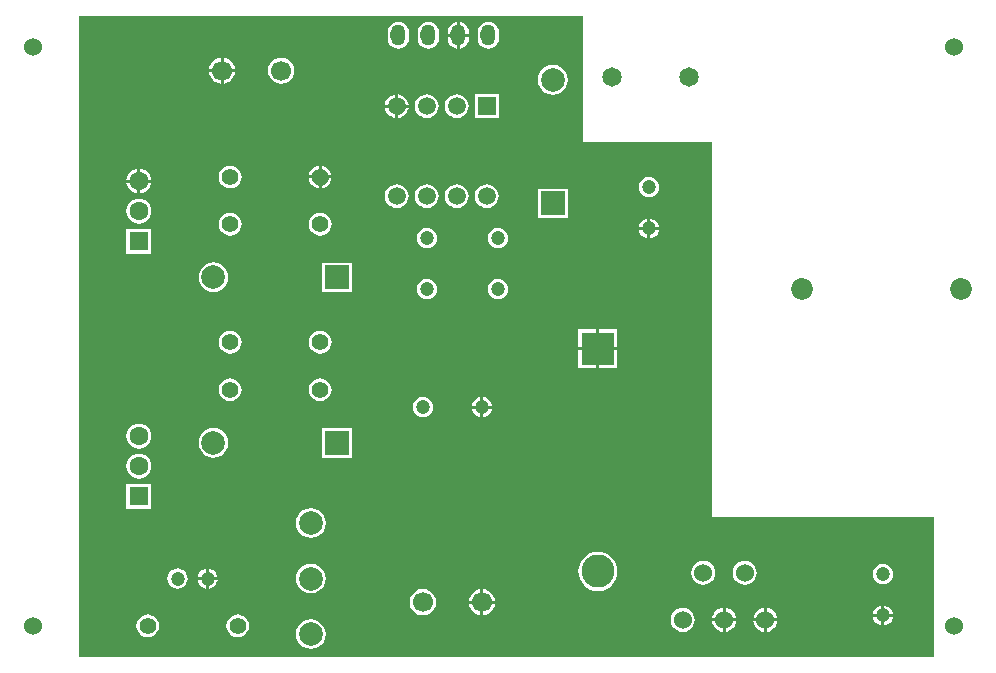
<source format=gbl>
G04*
G04 #@! TF.GenerationSoftware,Altium Limited,Altium Designer,20.0.13 (296)*
G04*
G04 Layer_Physical_Order=2*
G04 Layer_Color=16711680*
%FSLAX25Y25*%
%MOIN*%
G70*
G01*
G75*
%ADD13C,0.01000*%
%ADD35C,0.02700*%
%ADD37C,0.05500*%
%ADD38C,0.06000*%
%ADD39C,0.07874*%
%ADD40C,0.05512*%
%ADD41C,0.06299*%
%ADD42R,0.06299X0.06299*%
%ADD43O,0.05000X0.07000*%
%ADD44C,0.06496*%
%ADD45C,0.07284*%
%ADD46C,0.06693*%
%ADD47R,0.05906X0.05906*%
%ADD48C,0.05906*%
%ADD49R,0.11024X0.11024*%
%ADD50C,0.11024*%
%ADD51R,0.07874X0.07874*%
%ADD52R,0.07874X0.07874*%
%ADD53C,0.04724*%
G36*
X207000Y217081D02*
Y175000D01*
X250000D01*
Y50000D01*
X324000D01*
Y3391D01*
X39000D01*
Y217081D01*
X207000Y217081D01*
D02*
G37*
%LPC*%
G36*
X165980Y215094D02*
Y211130D01*
X169010D01*
Y211630D01*
X168890Y212544D01*
X168538Y213395D01*
X167976Y214126D01*
X167245Y214687D01*
X166394Y215040D01*
X165980Y215094D01*
D02*
G37*
G36*
X164980D02*
X164567Y215040D01*
X163715Y214687D01*
X162984Y214126D01*
X162423Y213395D01*
X162070Y212544D01*
X161950Y211630D01*
Y211130D01*
X164980D01*
Y215094D01*
D02*
G37*
G36*
X169010Y210130D02*
X165980D01*
Y206166D01*
X166394Y206220D01*
X167245Y206573D01*
X167976Y207134D01*
X168538Y207865D01*
X168890Y208716D01*
X169010Y209630D01*
Y210130D01*
D02*
G37*
G36*
X164980D02*
X161950D01*
Y209630D01*
X162070Y208716D01*
X162423Y207865D01*
X162984Y207134D01*
X163715Y206573D01*
X164567Y206220D01*
X164980Y206166D01*
Y210130D01*
D02*
G37*
G36*
X175480Y215160D02*
X174567Y215040D01*
X173715Y214687D01*
X172984Y214126D01*
X172423Y213395D01*
X172070Y212544D01*
X171950Y211630D01*
Y209630D01*
X172070Y208716D01*
X172423Y207865D01*
X172984Y207134D01*
X173715Y206573D01*
X174567Y206220D01*
X175480Y206100D01*
X176394Y206220D01*
X177245Y206573D01*
X177977Y207134D01*
X178538Y207865D01*
X178890Y208716D01*
X179010Y209630D01*
Y211630D01*
X178890Y212544D01*
X178538Y213395D01*
X177977Y214126D01*
X177245Y214687D01*
X176394Y215040D01*
X175480Y215160D01*
D02*
G37*
G36*
X155480D02*
X154567Y215040D01*
X153715Y214687D01*
X152984Y214126D01*
X152423Y213395D01*
X152070Y212544D01*
X151950Y211630D01*
Y209630D01*
X152070Y208716D01*
X152423Y207865D01*
X152984Y207134D01*
X153715Y206573D01*
X154567Y206220D01*
X155480Y206100D01*
X156394Y206220D01*
X157245Y206573D01*
X157976Y207134D01*
X158538Y207865D01*
X158890Y208716D01*
X159011Y209630D01*
Y211630D01*
X158890Y212544D01*
X158538Y213395D01*
X157976Y214126D01*
X157245Y214687D01*
X156394Y215040D01*
X155480Y215160D01*
D02*
G37*
G36*
X145480D02*
X144567Y215040D01*
X143715Y214687D01*
X142984Y214126D01*
X142423Y213395D01*
X142070Y212544D01*
X141950Y211630D01*
Y209630D01*
X142070Y208716D01*
X142423Y207865D01*
X142984Y207134D01*
X143715Y206573D01*
X144567Y206220D01*
X145480Y206100D01*
X146394Y206220D01*
X147245Y206573D01*
X147977Y207134D01*
X148538Y207865D01*
X148890Y208716D01*
X149011Y209630D01*
Y211630D01*
X148890Y212544D01*
X148538Y213395D01*
X147977Y214126D01*
X147245Y214687D01*
X146394Y215040D01*
X145480Y215160D01*
D02*
G37*
G36*
X87240Y203137D02*
Y199319D01*
X91058D01*
X90975Y199953D01*
X90537Y201011D01*
X89840Y201919D01*
X88932Y202615D01*
X87875Y203053D01*
X87240Y203137D01*
D02*
G37*
G36*
X86240D02*
X85606Y203053D01*
X84548Y202615D01*
X83640Y201919D01*
X82943Y201011D01*
X82506Y199953D01*
X82422Y199319D01*
X86240D01*
Y203137D01*
D02*
G37*
G36*
X91058Y198319D02*
X87240D01*
Y194501D01*
X87875Y194584D01*
X88932Y195022D01*
X89840Y195719D01*
X90537Y196627D01*
X90975Y197684D01*
X91058Y198319D01*
D02*
G37*
G36*
X86240D02*
X82422D01*
X82506Y197684D01*
X82943Y196627D01*
X83640Y195719D01*
X84548Y195022D01*
X85606Y194584D01*
X86240Y194501D01*
Y198319D01*
D02*
G37*
G36*
X106425Y203203D02*
X105291Y203053D01*
X104233Y202615D01*
X103325Y201919D01*
X102629Y201011D01*
X102191Y199953D01*
X102041Y198819D01*
X102191Y197684D01*
X102629Y196627D01*
X103325Y195719D01*
X104233Y195022D01*
X105291Y194584D01*
X106425Y194435D01*
X107560Y194584D01*
X108617Y195022D01*
X109525Y195719D01*
X110222Y196627D01*
X110660Y197684D01*
X110809Y198819D01*
X110660Y199953D01*
X110222Y201011D01*
X109525Y201919D01*
X108617Y202615D01*
X107560Y203053D01*
X106425Y203203D01*
D02*
G37*
G36*
X196976Y200767D02*
X195688Y200597D01*
X194487Y200100D01*
X193455Y199309D01*
X192664Y198277D01*
X192166Y197076D01*
X191997Y195787D01*
X192166Y194499D01*
X192664Y193298D01*
X193455Y192266D01*
X194487Y191475D01*
X195688Y190978D01*
X196976Y190808D01*
X198265Y190978D01*
X199466Y191475D01*
X200498Y192266D01*
X201289Y193298D01*
X201786Y194499D01*
X201956Y195787D01*
X201786Y197076D01*
X201289Y198277D01*
X200498Y199309D01*
X199466Y200100D01*
X198265Y200597D01*
X196976Y200767D01*
D02*
G37*
G36*
X145500Y190921D02*
Y187500D01*
X148921D01*
X148851Y188032D01*
X148453Y188993D01*
X147819Y189819D01*
X146993Y190453D01*
X146032Y190851D01*
X145500Y190921D01*
D02*
G37*
G36*
X144500D02*
X143968Y190851D01*
X143007Y190453D01*
X142181Y189819D01*
X141547Y188993D01*
X141149Y188032D01*
X141079Y187500D01*
X144500D01*
Y190921D01*
D02*
G37*
G36*
X148921Y186500D02*
X145500D01*
Y183079D01*
X146032Y183149D01*
X146993Y183547D01*
X147819Y184181D01*
X148453Y185007D01*
X148851Y185968D01*
X148921Y186500D01*
D02*
G37*
G36*
X144500D02*
X141079D01*
X141149Y185968D01*
X141547Y185007D01*
X142181Y184181D01*
X143007Y183547D01*
X143968Y183149D01*
X144500Y183079D01*
Y186500D01*
D02*
G37*
G36*
X178953Y190953D02*
X171047D01*
Y183047D01*
X178953D01*
Y190953D01*
D02*
G37*
G36*
X165000Y190987D02*
X163968Y190851D01*
X163007Y190453D01*
X162181Y189819D01*
X161547Y188993D01*
X161149Y188032D01*
X161013Y187000D01*
X161149Y185968D01*
X161547Y185007D01*
X162181Y184181D01*
X163007Y183547D01*
X163968Y183149D01*
X165000Y183013D01*
X166032Y183149D01*
X166993Y183547D01*
X167819Y184181D01*
X168453Y185007D01*
X168851Y185968D01*
X168987Y187000D01*
X168851Y188032D01*
X168453Y188993D01*
X167819Y189819D01*
X166993Y190453D01*
X166032Y190851D01*
X165000Y190987D01*
D02*
G37*
G36*
X155000D02*
X153968Y190851D01*
X153007Y190453D01*
X152181Y189819D01*
X151547Y188993D01*
X151149Y188032D01*
X151013Y187000D01*
X151149Y185968D01*
X151547Y185007D01*
X152181Y184181D01*
X153007Y183547D01*
X153968Y183149D01*
X155000Y183013D01*
X156032Y183149D01*
X156993Y183547D01*
X157819Y184181D01*
X158453Y185007D01*
X158851Y185968D01*
X158987Y187000D01*
X158851Y188032D01*
X158453Y188993D01*
X157819Y189819D01*
X156993Y190453D01*
X156032Y190851D01*
X155000Y190987D01*
D02*
G37*
G36*
X119957Y167108D02*
Y163886D01*
X123179D01*
X123116Y164366D01*
X122738Y165280D01*
X122135Y166065D01*
X121351Y166667D01*
X120437Y167045D01*
X119957Y167108D01*
D02*
G37*
G36*
X118957D02*
X118476Y167045D01*
X117562Y166667D01*
X116778Y166065D01*
X116176Y165280D01*
X115797Y164366D01*
X115734Y163886D01*
X118957D01*
Y167108D01*
D02*
G37*
G36*
X59500Y166120D02*
Y162500D01*
X63120D01*
X63043Y163083D01*
X62625Y164093D01*
X61959Y164960D01*
X61093Y165625D01*
X60083Y166043D01*
X59500Y166120D01*
D02*
G37*
G36*
X58500D02*
X57917Y166043D01*
X56907Y165625D01*
X56041Y164960D01*
X55375Y164093D01*
X54957Y163083D01*
X54880Y162500D01*
X58500D01*
Y166120D01*
D02*
G37*
G36*
X123179Y162886D02*
X119957D01*
Y159663D01*
X120437Y159727D01*
X121351Y160105D01*
X122135Y160707D01*
X122738Y161492D01*
X123116Y162405D01*
X123179Y162886D01*
D02*
G37*
G36*
X118957D02*
X115734D01*
X115797Y162405D01*
X116176Y161492D01*
X116778Y160707D01*
X117562Y160105D01*
X118476Y159727D01*
X118957Y159663D01*
Y162886D01*
D02*
G37*
G36*
X89457Y167174D02*
X88476Y167045D01*
X87563Y166667D01*
X86778Y166065D01*
X86176Y165280D01*
X85798Y164366D01*
X85668Y163386D01*
X85798Y162405D01*
X86176Y161492D01*
X86778Y160707D01*
X87563Y160105D01*
X88476Y159727D01*
X89457Y159598D01*
X90437Y159727D01*
X91351Y160105D01*
X92135Y160707D01*
X92738Y161492D01*
X93116Y162405D01*
X93245Y163386D01*
X93116Y164366D01*
X92738Y165280D01*
X92135Y166065D01*
X91351Y166667D01*
X90437Y167045D01*
X89457Y167174D01*
D02*
G37*
G36*
X63120Y161500D02*
X59500D01*
Y157880D01*
X60083Y157957D01*
X61093Y158375D01*
X61959Y159040D01*
X62625Y159907D01*
X63043Y160917D01*
X63120Y161500D01*
D02*
G37*
G36*
X58500D02*
X54880D01*
X54957Y160917D01*
X55375Y159907D01*
X56041Y159040D01*
X56907Y158375D01*
X57917Y157957D01*
X58500Y157880D01*
Y161500D01*
D02*
G37*
G36*
X229000Y163391D02*
X228122Y163276D01*
X227304Y162937D01*
X226602Y162398D01*
X226063Y161696D01*
X225724Y160878D01*
X225609Y160000D01*
X225724Y159122D01*
X226063Y158304D01*
X226602Y157602D01*
X227304Y157063D01*
X228122Y156724D01*
X229000Y156609D01*
X229878Y156724D01*
X230696Y157063D01*
X231398Y157602D01*
X231937Y158304D01*
X232276Y159122D01*
X232391Y160000D01*
X232276Y160878D01*
X231937Y161696D01*
X231398Y162398D01*
X230696Y162937D01*
X229878Y163276D01*
X229000Y163391D01*
D02*
G37*
G36*
X175000Y160987D02*
X173968Y160851D01*
X173007Y160453D01*
X172181Y159819D01*
X171547Y158993D01*
X171149Y158032D01*
X171013Y157000D01*
X171149Y155968D01*
X171547Y155007D01*
X172181Y154181D01*
X173007Y153547D01*
X173968Y153149D01*
X175000Y153013D01*
X176032Y153149D01*
X176993Y153547D01*
X177819Y154181D01*
X178453Y155007D01*
X178851Y155968D01*
X178987Y157000D01*
X178851Y158032D01*
X178453Y158993D01*
X177819Y159819D01*
X176993Y160453D01*
X176032Y160851D01*
X175000Y160987D01*
D02*
G37*
G36*
X165000D02*
X163968Y160851D01*
X163007Y160453D01*
X162181Y159819D01*
X161547Y158993D01*
X161149Y158032D01*
X161013Y157000D01*
X161149Y155968D01*
X161547Y155007D01*
X162181Y154181D01*
X163007Y153547D01*
X163968Y153149D01*
X165000Y153013D01*
X166032Y153149D01*
X166993Y153547D01*
X167819Y154181D01*
X168453Y155007D01*
X168851Y155968D01*
X168987Y157000D01*
X168851Y158032D01*
X168453Y158993D01*
X167819Y159819D01*
X166993Y160453D01*
X166032Y160851D01*
X165000Y160987D01*
D02*
G37*
G36*
X155000D02*
X153968Y160851D01*
X153007Y160453D01*
X152181Y159819D01*
X151547Y158993D01*
X151149Y158032D01*
X151013Y157000D01*
X151149Y155968D01*
X151547Y155007D01*
X152181Y154181D01*
X153007Y153547D01*
X153968Y153149D01*
X155000Y153013D01*
X156032Y153149D01*
X156993Y153547D01*
X157819Y154181D01*
X158453Y155007D01*
X158851Y155968D01*
X158987Y157000D01*
X158851Y158032D01*
X158453Y158993D01*
X157819Y159819D01*
X156993Y160453D01*
X156032Y160851D01*
X155000Y160987D01*
D02*
G37*
G36*
X145000D02*
X143968Y160851D01*
X143007Y160453D01*
X142181Y159819D01*
X141547Y158993D01*
X141149Y158032D01*
X141013Y157000D01*
X141149Y155968D01*
X141547Y155007D01*
X142181Y154181D01*
X143007Y153547D01*
X143968Y153149D01*
X145000Y153013D01*
X146032Y153149D01*
X146993Y153547D01*
X147819Y154181D01*
X148453Y155007D01*
X148851Y155968D01*
X148987Y157000D01*
X148851Y158032D01*
X148453Y158993D01*
X147819Y159819D01*
X146993Y160453D01*
X146032Y160851D01*
X145000Y160987D01*
D02*
G37*
G36*
X201913Y159543D02*
X192039D01*
Y149669D01*
X201913D01*
Y159543D01*
D02*
G37*
G36*
X59000Y156185D02*
X57917Y156043D01*
X56907Y155625D01*
X56041Y154959D01*
X55375Y154093D01*
X54957Y153083D01*
X54815Y152000D01*
X54957Y150917D01*
X55375Y149907D01*
X56041Y149040D01*
X56907Y148375D01*
X57917Y147957D01*
X59000Y147815D01*
X60083Y147957D01*
X61093Y148375D01*
X61959Y149040D01*
X62625Y149907D01*
X63043Y150917D01*
X63185Y152000D01*
X63043Y153083D01*
X62625Y154093D01*
X61959Y154959D01*
X61093Y155625D01*
X60083Y156043D01*
X59000Y156185D01*
D02*
G37*
G36*
X229500Y149546D02*
Y146721D01*
X232325D01*
X232276Y147098D01*
X231937Y147916D01*
X231398Y148618D01*
X230696Y149157D01*
X229878Y149496D01*
X229500Y149546D01*
D02*
G37*
G36*
X228500D02*
X228122Y149496D01*
X227304Y149157D01*
X226602Y148618D01*
X226063Y147916D01*
X225724Y147098D01*
X225675Y146721D01*
X228500D01*
Y149546D01*
D02*
G37*
G36*
X119457Y151426D02*
X118476Y151297D01*
X117562Y150919D01*
X116778Y150317D01*
X116176Y149532D01*
X115797Y148618D01*
X115668Y147638D01*
X115797Y146657D01*
X116176Y145744D01*
X116778Y144959D01*
X117562Y144357D01*
X118476Y143979D01*
X119457Y143850D01*
X120437Y143979D01*
X121351Y144357D01*
X122135Y144959D01*
X122738Y145744D01*
X123116Y146657D01*
X123245Y147638D01*
X123116Y148618D01*
X122738Y149532D01*
X122135Y150317D01*
X121351Y150919D01*
X120437Y151297D01*
X119457Y151426D01*
D02*
G37*
G36*
X89457D02*
X88476Y151297D01*
X87563Y150919D01*
X86778Y150317D01*
X86176Y149532D01*
X85798Y148618D01*
X85668Y147638D01*
X85798Y146657D01*
X86176Y145744D01*
X86778Y144959D01*
X87563Y144357D01*
X88476Y143979D01*
X89457Y143850D01*
X90437Y143979D01*
X91351Y144357D01*
X92135Y144959D01*
X92738Y145744D01*
X93116Y146657D01*
X93245Y147638D01*
X93116Y148618D01*
X92738Y149532D01*
X92135Y150317D01*
X91351Y150919D01*
X90437Y151297D01*
X89457Y151426D01*
D02*
G37*
G36*
X232325Y145721D02*
X229500D01*
Y142895D01*
X229878Y142945D01*
X230696Y143284D01*
X231398Y143823D01*
X231937Y144525D01*
X232276Y145343D01*
X232325Y145721D01*
D02*
G37*
G36*
X228500D02*
X225675D01*
X225724Y145343D01*
X226063Y144525D01*
X226602Y143823D01*
X227304Y143284D01*
X228122Y142945D01*
X228500Y142895D01*
Y145721D01*
D02*
G37*
G36*
X178622Y146391D02*
X177744Y146276D01*
X176926Y145937D01*
X176224Y145398D01*
X175685Y144696D01*
X175346Y143878D01*
X175231Y143000D01*
X175346Y142122D01*
X175685Y141304D01*
X176224Y140602D01*
X176926Y140063D01*
X177744Y139724D01*
X178622Y139609D01*
X179500Y139724D01*
X180318Y140063D01*
X181020Y140602D01*
X181559Y141304D01*
X181898Y142122D01*
X182013Y143000D01*
X181898Y143878D01*
X181559Y144696D01*
X181020Y145398D01*
X180318Y145937D01*
X179500Y146276D01*
X178622Y146391D01*
D02*
G37*
G36*
X155000D02*
X154122Y146276D01*
X153304Y145937D01*
X152602Y145398D01*
X152063Y144696D01*
X151724Y143878D01*
X151609Y143000D01*
X151724Y142122D01*
X152063Y141304D01*
X152602Y140602D01*
X153304Y140063D01*
X154122Y139724D01*
X155000Y139609D01*
X155878Y139724D01*
X156696Y140063D01*
X157398Y140602D01*
X157937Y141304D01*
X158276Y142122D01*
X158391Y143000D01*
X158276Y143878D01*
X157937Y144696D01*
X157398Y145398D01*
X156696Y145937D01*
X155878Y146276D01*
X155000Y146391D01*
D02*
G37*
G36*
X63150Y146150D02*
X54850D01*
Y137850D01*
X63150D01*
Y146150D01*
D02*
G37*
G36*
X129984Y134858D02*
X120110D01*
Y124984D01*
X129984D01*
Y134858D01*
D02*
G37*
G36*
X83866Y134901D02*
X82577Y134731D01*
X81376Y134234D01*
X80345Y133442D01*
X79554Y132411D01*
X79056Y131210D01*
X78886Y129921D01*
X79056Y128632D01*
X79554Y127431D01*
X80345Y126400D01*
X81376Y125609D01*
X82577Y125111D01*
X83866Y124942D01*
X85155Y125111D01*
X86356Y125609D01*
X87387Y126400D01*
X88179Y127431D01*
X88676Y128632D01*
X88846Y129921D01*
X88676Y131210D01*
X88179Y132411D01*
X87387Y133442D01*
X86356Y134234D01*
X85155Y134731D01*
X83866Y134901D01*
D02*
G37*
G36*
X178622Y129391D02*
X177744Y129276D01*
X176926Y128937D01*
X176224Y128398D01*
X175685Y127696D01*
X175346Y126878D01*
X175231Y126000D01*
X175346Y125122D01*
X175685Y124304D01*
X176224Y123602D01*
X176926Y123063D01*
X177744Y122724D01*
X178622Y122609D01*
X179500Y122724D01*
X180318Y123063D01*
X181020Y123602D01*
X181559Y124304D01*
X181898Y125122D01*
X182013Y126000D01*
X181898Y126878D01*
X181559Y127696D01*
X181020Y128398D01*
X180318Y128937D01*
X179500Y129276D01*
X178622Y129391D01*
D02*
G37*
G36*
X155000D02*
X154122Y129276D01*
X153304Y128937D01*
X152602Y128398D01*
X152063Y127696D01*
X151724Y126878D01*
X151609Y126000D01*
X151724Y125122D01*
X152063Y124304D01*
X152602Y123602D01*
X153304Y123063D01*
X154122Y122724D01*
X155000Y122609D01*
X155878Y122724D01*
X156696Y123063D01*
X157398Y123602D01*
X157937Y124304D01*
X158276Y125122D01*
X158391Y126000D01*
X158276Y126878D01*
X157937Y127696D01*
X157398Y128398D01*
X156696Y128937D01*
X155878Y129276D01*
X155000Y129391D01*
D02*
G37*
G36*
X218512Y112598D02*
X212500D01*
Y106587D01*
X218512D01*
Y112598D01*
D02*
G37*
G36*
X211500D02*
X205488D01*
Y106587D01*
X211500D01*
Y112598D01*
D02*
G37*
G36*
X119457Y112056D02*
X118476Y111927D01*
X117562Y111548D01*
X116778Y110947D01*
X116176Y110162D01*
X115797Y109248D01*
X115668Y108268D01*
X115797Y107287D01*
X116176Y106374D01*
X116778Y105589D01*
X117562Y104987D01*
X118476Y104609D01*
X119457Y104479D01*
X120437Y104609D01*
X121351Y104987D01*
X122135Y105589D01*
X122738Y106374D01*
X123116Y107287D01*
X123245Y108268D01*
X123116Y109248D01*
X122738Y110162D01*
X122135Y110947D01*
X121351Y111548D01*
X120437Y111927D01*
X119457Y112056D01*
D02*
G37*
G36*
X89457D02*
X88476Y111927D01*
X87563Y111548D01*
X86778Y110947D01*
X86176Y110162D01*
X85798Y109248D01*
X85668Y108268D01*
X85798Y107287D01*
X86176Y106374D01*
X86778Y105589D01*
X87563Y104987D01*
X88476Y104609D01*
X89457Y104479D01*
X90437Y104609D01*
X91351Y104987D01*
X92135Y105589D01*
X92738Y106374D01*
X93116Y107287D01*
X93245Y108268D01*
X93116Y109248D01*
X92738Y110162D01*
X92135Y110947D01*
X91351Y111548D01*
X90437Y111927D01*
X89457Y112056D01*
D02*
G37*
G36*
X218512Y105587D02*
X212500D01*
Y99575D01*
X218512D01*
Y105587D01*
D02*
G37*
G36*
X211500D02*
X205488D01*
Y99575D01*
X211500D01*
Y105587D01*
D02*
G37*
G36*
X119457Y96308D02*
X118476Y96179D01*
X117562Y95801D01*
X116778Y95198D01*
X116176Y94414D01*
X115797Y93500D01*
X115668Y92520D01*
X115797Y91539D01*
X116176Y90626D01*
X116778Y89841D01*
X117562Y89239D01*
X118476Y88860D01*
X119457Y88731D01*
X120437Y88860D01*
X121351Y89239D01*
X122135Y89841D01*
X122738Y90626D01*
X123116Y91539D01*
X123245Y92520D01*
X123116Y93500D01*
X122738Y94414D01*
X122135Y95198D01*
X121351Y95801D01*
X120437Y96179D01*
X119457Y96308D01*
D02*
G37*
G36*
X89457D02*
X88476Y96179D01*
X87563Y95801D01*
X86778Y95198D01*
X86176Y94414D01*
X85798Y93500D01*
X85668Y92520D01*
X85798Y91539D01*
X86176Y90626D01*
X86778Y89841D01*
X87563Y89239D01*
X88476Y88860D01*
X89457Y88731D01*
X90437Y88860D01*
X91351Y89239D01*
X92135Y89841D01*
X92738Y90626D01*
X93116Y91539D01*
X93245Y92520D01*
X93116Y93500D01*
X92738Y94414D01*
X92135Y95198D01*
X91351Y95801D01*
X90437Y96179D01*
X89457Y96308D01*
D02*
G37*
G36*
X173854Y89940D02*
Y87114D01*
X176680D01*
X176630Y87492D01*
X176291Y88310D01*
X175752Y89012D01*
X175050Y89551D01*
X174232Y89890D01*
X173854Y89940D01*
D02*
G37*
G36*
X172854Y89939D02*
X172477Y89890D01*
X171659Y89551D01*
X170956Y89012D01*
X170417Y88310D01*
X170079Y87492D01*
X170029Y87114D01*
X172854D01*
Y89939D01*
D02*
G37*
G36*
Y86114D02*
X170029D01*
X170079Y85737D01*
X170417Y84919D01*
X170956Y84216D01*
X171659Y83677D01*
X172477Y83338D01*
X172854Y83289D01*
Y86114D01*
D02*
G37*
G36*
X176680D02*
X173854D01*
Y83289D01*
X174232Y83338D01*
X175050Y83677D01*
X175752Y84216D01*
X176291Y84919D01*
X176630Y85737D01*
X176680Y86114D01*
D02*
G37*
G36*
X153669Y90005D02*
X152792Y89890D01*
X151974Y89551D01*
X151271Y89012D01*
X150732Y88310D01*
X150394Y87492D01*
X150278Y86614D01*
X150394Y85737D01*
X150732Y84919D01*
X151271Y84216D01*
X151974Y83677D01*
X152792Y83338D01*
X153669Y83223D01*
X154547Y83338D01*
X155365Y83677D01*
X156067Y84216D01*
X156606Y84919D01*
X156945Y85737D01*
X157061Y86614D01*
X156945Y87492D01*
X156606Y88310D01*
X156067Y89012D01*
X155365Y89551D01*
X154547Y89890D01*
X153669Y90005D01*
D02*
G37*
G36*
X59000Y81185D02*
X57917Y81043D01*
X56907Y80625D01*
X56041Y79959D01*
X55375Y79093D01*
X54957Y78083D01*
X54815Y77000D01*
X54957Y75917D01*
X55375Y74907D01*
X56041Y74041D01*
X56907Y73375D01*
X57917Y72957D01*
X59000Y72815D01*
X60083Y72957D01*
X61093Y73375D01*
X61959Y74041D01*
X62625Y74907D01*
X63043Y75917D01*
X63185Y77000D01*
X63043Y78083D01*
X62625Y79093D01*
X61959Y79959D01*
X61093Y80625D01*
X60083Y81043D01*
X59000Y81185D01*
D02*
G37*
G36*
X129984Y79740D02*
X120110D01*
Y69866D01*
X129984D01*
Y79740D01*
D02*
G37*
G36*
X83866Y79783D02*
X82577Y79613D01*
X81376Y79116D01*
X80345Y78324D01*
X79554Y77293D01*
X79056Y76092D01*
X78886Y74803D01*
X79056Y73514D01*
X79554Y72313D01*
X80345Y71282D01*
X81376Y70491D01*
X82577Y69993D01*
X83866Y69824D01*
X85155Y69993D01*
X86356Y70491D01*
X87387Y71282D01*
X88179Y72313D01*
X88676Y73514D01*
X88846Y74803D01*
X88676Y76092D01*
X88179Y77293D01*
X87387Y78324D01*
X86356Y79116D01*
X85155Y79613D01*
X83866Y79783D01*
D02*
G37*
G36*
X59000Y71185D02*
X57917Y71043D01*
X56907Y70625D01*
X56041Y69959D01*
X55375Y69093D01*
X54957Y68083D01*
X54815Y67000D01*
X54957Y65917D01*
X55375Y64907D01*
X56041Y64040D01*
X56907Y63375D01*
X57917Y62957D01*
X59000Y62815D01*
X60083Y62957D01*
X61093Y63375D01*
X61959Y64040D01*
X62625Y64907D01*
X63043Y65917D01*
X63185Y67000D01*
X63043Y68083D01*
X62625Y69093D01*
X61959Y69959D01*
X61093Y70625D01*
X60083Y71043D01*
X59000Y71185D01*
D02*
G37*
G36*
X63150Y61150D02*
X54850D01*
Y52850D01*
X63150D01*
Y61150D01*
D02*
G37*
G36*
X116268Y53011D02*
X114979Y52841D01*
X113778Y52344D01*
X112747Y51553D01*
X111955Y50521D01*
X111458Y49320D01*
X111288Y48031D01*
X111458Y46743D01*
X111955Y45542D01*
X112747Y44510D01*
X113778Y43719D01*
X114979Y43222D01*
X116268Y43052D01*
X117557Y43222D01*
X118757Y43719D01*
X119789Y44510D01*
X120580Y45542D01*
X121078Y46743D01*
X121247Y48031D01*
X121078Y49320D01*
X120580Y50521D01*
X119789Y51553D01*
X118757Y52344D01*
X117557Y52841D01*
X116268Y53011D01*
D02*
G37*
G36*
X82398Y32853D02*
Y30028D01*
X85223D01*
X85173Y30405D01*
X84834Y31223D01*
X84296Y31925D01*
X83593Y32464D01*
X82775Y32803D01*
X82398Y32853D01*
D02*
G37*
G36*
X81398D02*
X81020Y32803D01*
X80202Y32464D01*
X79500Y31925D01*
X78961Y31223D01*
X78622Y30405D01*
X78572Y30028D01*
X81398D01*
Y32853D01*
D02*
G37*
G36*
X307000Y34391D02*
X306122Y34276D01*
X305304Y33937D01*
X304602Y33398D01*
X304063Y32696D01*
X303724Y31878D01*
X303609Y31000D01*
X303724Y30122D01*
X304063Y29304D01*
X304602Y28602D01*
X305304Y28063D01*
X306122Y27724D01*
X307000Y27609D01*
X307878Y27724D01*
X308696Y28063D01*
X309398Y28602D01*
X309937Y29304D01*
X310276Y30122D01*
X310391Y31000D01*
X310276Y31878D01*
X309937Y32696D01*
X309398Y33398D01*
X308696Y33937D01*
X307878Y34276D01*
X307000Y34391D01*
D02*
G37*
G36*
X260953Y35531D02*
X259909Y35393D01*
X258935Y34990D01*
X258100Y34349D01*
X257459Y33513D01*
X257056Y32540D01*
X256918Y31496D01*
X257056Y30452D01*
X257459Y29479D01*
X258100Y28643D01*
X258935Y28002D01*
X259909Y27599D01*
X260953Y27461D01*
X261997Y27599D01*
X262970Y28002D01*
X263806Y28643D01*
X264447Y29479D01*
X264850Y30452D01*
X264987Y31496D01*
X264850Y32540D01*
X264447Y33513D01*
X263806Y34349D01*
X262970Y34990D01*
X261997Y35393D01*
X260953Y35531D01*
D02*
G37*
G36*
X247173D02*
X246129Y35393D01*
X245156Y34990D01*
X244320Y34349D01*
X243679Y33513D01*
X243276Y32540D01*
X243139Y31496D01*
X243276Y30452D01*
X243679Y29479D01*
X244320Y28643D01*
X245156Y28002D01*
X246129Y27599D01*
X247173Y27461D01*
X248217Y27599D01*
X249190Y28002D01*
X250026Y28643D01*
X250667Y29479D01*
X251070Y30452D01*
X251208Y31496D01*
X251070Y32540D01*
X250667Y33513D01*
X250026Y34349D01*
X249190Y34990D01*
X248217Y35393D01*
X247173Y35531D01*
D02*
G37*
G36*
X85223Y29028D02*
X82398D01*
Y26202D01*
X82775Y26252D01*
X83593Y26591D01*
X84296Y27130D01*
X84834Y27832D01*
X85173Y28650D01*
X85223Y29028D01*
D02*
G37*
G36*
X81398D02*
X78572D01*
X78622Y28650D01*
X78961Y27832D01*
X79500Y27130D01*
X80202Y26591D01*
X81020Y26252D01*
X81398Y26202D01*
Y29028D01*
D02*
G37*
G36*
X71898Y32919D02*
X71020Y32803D01*
X70202Y32464D01*
X69500Y31925D01*
X68961Y31223D01*
X68622Y30405D01*
X68506Y29528D01*
X68622Y28650D01*
X68961Y27832D01*
X69500Y27130D01*
X70202Y26591D01*
X71020Y26252D01*
X71898Y26136D01*
X72775Y26252D01*
X73593Y26591D01*
X74296Y27130D01*
X74835Y27832D01*
X75173Y28650D01*
X75289Y29528D01*
X75173Y30405D01*
X74835Y31223D01*
X74296Y31925D01*
X73593Y32464D01*
X72775Y32803D01*
X71898Y32919D01*
D02*
G37*
G36*
X212000Y38457D02*
X210723Y38331D01*
X209496Y37959D01*
X208365Y37354D01*
X207373Y36540D01*
X206559Y35549D01*
X205955Y34417D01*
X205582Y33190D01*
X205457Y31913D01*
X205582Y30637D01*
X205955Y29409D01*
X206559Y28278D01*
X207373Y27287D01*
X208365Y26473D01*
X209496Y25868D01*
X210723Y25496D01*
X212000Y25370D01*
X213277Y25496D01*
X214504Y25868D01*
X215635Y26473D01*
X216627Y27287D01*
X217441Y28278D01*
X218045Y29409D01*
X218418Y30637D01*
X218543Y31913D01*
X218418Y33190D01*
X218045Y34417D01*
X217441Y35549D01*
X216627Y36540D01*
X215635Y37354D01*
X214504Y37959D01*
X213277Y38331D01*
X212000Y38457D01*
D02*
G37*
G36*
X116268Y34507D02*
X114979Y34337D01*
X113778Y33840D01*
X112747Y33049D01*
X111955Y32017D01*
X111458Y30816D01*
X111288Y29528D01*
X111458Y28239D01*
X111955Y27038D01*
X112747Y26006D01*
X113778Y25215D01*
X114979Y24718D01*
X116268Y24548D01*
X117557Y24718D01*
X118757Y25215D01*
X119789Y26006D01*
X120580Y27038D01*
X121078Y28239D01*
X121247Y29528D01*
X121078Y30816D01*
X120580Y32017D01*
X119789Y33049D01*
X118757Y33840D01*
X117557Y34337D01*
X116268Y34507D01*
D02*
G37*
G36*
X173854Y25972D02*
Y22153D01*
X177673D01*
X177589Y22788D01*
X177151Y23845D01*
X176454Y24754D01*
X175546Y25450D01*
X174489Y25888D01*
X173854Y25972D01*
D02*
G37*
G36*
X172854D02*
X172220Y25888D01*
X171162Y25450D01*
X170254Y24754D01*
X169558Y23845D01*
X169120Y22788D01*
X169036Y22153D01*
X172854D01*
Y25972D01*
D02*
G37*
G36*
X307500Y20546D02*
Y17720D01*
X310325D01*
X310276Y18098D01*
X309937Y18916D01*
X309398Y19618D01*
X308696Y20157D01*
X307878Y20496D01*
X307500Y20546D01*
D02*
G37*
G36*
X306500D02*
X306122Y20496D01*
X305304Y20157D01*
X304602Y19618D01*
X304063Y18916D01*
X303724Y18098D01*
X303675Y17720D01*
X306500D01*
Y20546D01*
D02*
G37*
G36*
X177673Y21154D02*
X173854D01*
Y17335D01*
X174489Y17419D01*
X175546Y17857D01*
X176454Y18554D01*
X177151Y19462D01*
X177589Y20519D01*
X177673Y21154D01*
D02*
G37*
G36*
X172854D02*
X169036D01*
X169120Y20519D01*
X169558Y19462D01*
X170254Y18554D01*
X171162Y17857D01*
X172220Y17419D01*
X172854Y17335D01*
Y21154D01*
D02*
G37*
G36*
X153669Y26037D02*
X152535Y25888D01*
X151477Y25450D01*
X150569Y24754D01*
X149873Y23845D01*
X149435Y22788D01*
X149285Y21654D01*
X149435Y20519D01*
X149873Y19462D01*
X150569Y18554D01*
X151477Y17857D01*
X152535Y17419D01*
X153669Y17270D01*
X154804Y17419D01*
X155861Y17857D01*
X156769Y18554D01*
X157466Y19462D01*
X157904Y20519D01*
X158053Y21654D01*
X157904Y22788D01*
X157466Y23845D01*
X156769Y24754D01*
X155861Y25450D01*
X154804Y25888D01*
X153669Y26037D01*
D02*
G37*
G36*
X268342Y19717D02*
Y16248D01*
X271811D01*
X271740Y16792D01*
X271337Y17765D01*
X270695Y18601D01*
X269860Y19242D01*
X268887Y19645D01*
X268342Y19717D01*
D02*
G37*
G36*
X267342D02*
X266798Y19645D01*
X265825Y19242D01*
X264990Y18601D01*
X264349Y17765D01*
X263946Y16792D01*
X263874Y16248D01*
X267342D01*
Y19717D01*
D02*
G37*
G36*
X254563D02*
Y16248D01*
X258032D01*
X257960Y16792D01*
X257557Y17765D01*
X256916Y18601D01*
X256080Y19242D01*
X255107Y19645D01*
X254563Y19717D01*
D02*
G37*
G36*
X253563D02*
X253019Y19645D01*
X252046Y19242D01*
X251210Y18601D01*
X250569Y17765D01*
X250166Y16792D01*
X250094Y16248D01*
X253563D01*
Y19717D01*
D02*
G37*
G36*
X310325Y16721D02*
X307500D01*
Y13895D01*
X307878Y13945D01*
X308696Y14284D01*
X309398Y14822D01*
X309937Y15525D01*
X310276Y16343D01*
X310325Y16721D01*
D02*
G37*
G36*
X306500D02*
X303675D01*
X303724Y16343D01*
X304063Y15525D01*
X304602Y14822D01*
X305304Y14284D01*
X306122Y13945D01*
X306500Y13895D01*
Y16721D01*
D02*
G37*
G36*
X271811Y15248D02*
X268342D01*
Y11779D01*
X268887Y11851D01*
X269860Y12254D01*
X270695Y12895D01*
X271337Y13731D01*
X271740Y14704D01*
X271811Y15248D01*
D02*
G37*
G36*
X267342D02*
X263874D01*
X263946Y14704D01*
X264349Y13731D01*
X264990Y12895D01*
X265825Y12254D01*
X266798Y11851D01*
X267342Y11779D01*
Y15248D01*
D02*
G37*
G36*
X258032D02*
X254563D01*
Y11779D01*
X255107Y11851D01*
X256080Y12254D01*
X256916Y12895D01*
X257557Y13731D01*
X257960Y14704D01*
X258032Y15248D01*
D02*
G37*
G36*
X253563D02*
X250094D01*
X250166Y14704D01*
X250569Y13731D01*
X251210Y12895D01*
X252046Y12254D01*
X253019Y11851D01*
X253563Y11779D01*
Y15248D01*
D02*
G37*
G36*
X240283Y19783D02*
X239239Y19645D01*
X238266Y19242D01*
X237431Y18601D01*
X236789Y17765D01*
X236386Y16792D01*
X236249Y15748D01*
X236386Y14704D01*
X236789Y13731D01*
X237431Y12895D01*
X238266Y12254D01*
X239239Y11851D01*
X240283Y11714D01*
X241328Y11851D01*
X242301Y12254D01*
X243136Y12895D01*
X243777Y13731D01*
X244180Y14704D01*
X244318Y15748D01*
X244180Y16792D01*
X243777Y17765D01*
X243136Y18601D01*
X242301Y19242D01*
X241328Y19645D01*
X240283Y19783D01*
D02*
G37*
G36*
X91898Y17568D02*
X90917Y17439D01*
X90004Y17060D01*
X89219Y16458D01*
X88617Y15674D01*
X88238Y14760D01*
X88109Y13780D01*
X88238Y12799D01*
X88617Y11885D01*
X89219Y11101D01*
X90004Y10499D01*
X90917Y10120D01*
X91898Y9991D01*
X92878Y10120D01*
X93792Y10499D01*
X94576Y11101D01*
X95178Y11885D01*
X95557Y12799D01*
X95686Y13780D01*
X95557Y14760D01*
X95178Y15674D01*
X94576Y16458D01*
X93792Y17060D01*
X92878Y17439D01*
X91898Y17568D01*
D02*
G37*
G36*
X61898D02*
X60917Y17439D01*
X60004Y17060D01*
X59219Y16458D01*
X58617Y15674D01*
X58238Y14760D01*
X58109Y13780D01*
X58238Y12799D01*
X58617Y11885D01*
X59219Y11101D01*
X60004Y10499D01*
X60917Y10120D01*
X61898Y9991D01*
X62878Y10120D01*
X63792Y10499D01*
X64576Y11101D01*
X65178Y11885D01*
X65557Y12799D01*
X65686Y13780D01*
X65557Y14760D01*
X65178Y15674D01*
X64576Y16458D01*
X63792Y17060D01*
X62878Y17439D01*
X61898Y17568D01*
D02*
G37*
G36*
X116268Y16003D02*
X114979Y15834D01*
X113778Y15336D01*
X112747Y14545D01*
X111955Y13513D01*
X111458Y12312D01*
X111288Y11024D01*
X111458Y9735D01*
X111955Y8534D01*
X112747Y7502D01*
X113778Y6711D01*
X114979Y6214D01*
X116268Y6044D01*
X117557Y6214D01*
X118757Y6711D01*
X119789Y7502D01*
X120580Y8534D01*
X121078Y9735D01*
X121247Y11024D01*
X121078Y12312D01*
X120580Y13513D01*
X119789Y14545D01*
X118757Y15336D01*
X117557Y15834D01*
X116268Y16003D01*
D02*
G37*
%LPD*%
D13*
X172398Y22610D02*
X173354Y21654D01*
X212724Y31811D02*
X213039Y31496D01*
D35*
X153669Y21654D02*
X154125D01*
D37*
X145000Y186964D02*
Y187000D01*
X119457Y163386D02*
Y163389D01*
X119454Y163386D02*
X119457D01*
D38*
X267843Y15748D02*
D03*
X260953Y31496D02*
D03*
X254063Y15748D02*
D03*
X247173Y31496D02*
D03*
X240283Y15748D02*
D03*
X330709Y13780D02*
D03*
Y206693D02*
D03*
X23622D02*
D03*
Y13780D02*
D03*
D39*
X116268Y48031D02*
D03*
Y29528D02*
D03*
Y11024D02*
D03*
X83866Y129921D02*
D03*
X196976Y195787D02*
D03*
X83866Y74803D02*
D03*
D40*
X89457Y147638D02*
D03*
X119457D02*
D03*
X89457Y163386D02*
D03*
X119457D02*
D03*
X89457Y108268D02*
D03*
X119457D02*
D03*
X89457Y92520D02*
D03*
X119457D02*
D03*
X91898Y13780D02*
D03*
X61898D02*
D03*
D41*
X59000Y162000D02*
D03*
Y152000D02*
D03*
Y77000D02*
D03*
Y67000D02*
D03*
D42*
Y142000D02*
D03*
Y57000D02*
D03*
D43*
X155480Y210630D02*
D03*
X165480D02*
D03*
X175480D02*
D03*
X145480D02*
D03*
D44*
X242252Y196850D02*
D03*
X216661D02*
D03*
D45*
X280000Y126000D02*
D03*
X333150D02*
D03*
D46*
X86740Y198819D02*
D03*
X106425D02*
D03*
X173354Y21654D02*
D03*
X153669D02*
D03*
D47*
X175000Y187000D02*
D03*
D48*
X165000D02*
D03*
X155000D02*
D03*
X145000D02*
D03*
X175000Y157000D02*
D03*
X165000D02*
D03*
X155000D02*
D03*
X145000D02*
D03*
D49*
X212000Y106087D02*
D03*
D50*
Y31913D02*
D03*
D51*
X125047Y129921D02*
D03*
Y74803D02*
D03*
D52*
X196976Y154606D02*
D03*
D53*
X71898Y29528D02*
D03*
X81898D02*
D03*
X178622Y143000D02*
D03*
X155000D02*
D03*
X178622Y126000D02*
D03*
X155000D02*
D03*
X229000Y146221D02*
D03*
Y160000D02*
D03*
X307000Y31000D02*
D03*
Y17221D02*
D03*
X153669Y86614D02*
D03*
X173354D02*
D03*
M02*

</source>
